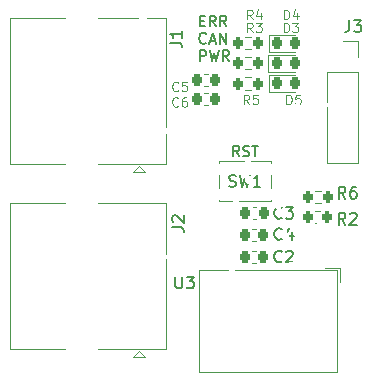
<source format=gto>
G04 #@! TF.GenerationSoftware,KiCad,Pcbnew,8.0.1*
G04 #@! TF.CreationDate,2024-10-15T00:39:43+09:00*
G04 #@! TF.ProjectId,AltBoard2025,416c7442-6f61-4726-9432-3032352e6b69,rev?*
G04 #@! TF.SameCoordinates,Original*
G04 #@! TF.FileFunction,Legend,Top*
G04 #@! TF.FilePolarity,Positive*
%FSLAX46Y46*%
G04 Gerber Fmt 4.6, Leading zero omitted, Abs format (unit mm)*
G04 Created by KiCad (PCBNEW 8.0.1) date 2024-10-15 00:39:43*
%MOMM*%
%LPD*%
G01*
G04 APERTURE LIST*
G04 Aperture macros list*
%AMRoundRect*
0 Rectangle with rounded corners*
0 $1 Rounding radius*
0 $2 $3 $4 $5 $6 $7 $8 $9 X,Y pos of 4 corners*
0 Add a 4 corners polygon primitive as box body*
4,1,4,$2,$3,$4,$5,$6,$7,$8,$9,$2,$3,0*
0 Add four circle primitives for the rounded corners*
1,1,$1+$1,$2,$3*
1,1,$1+$1,$4,$5*
1,1,$1+$1,$6,$7*
1,1,$1+$1,$8,$9*
0 Add four rect primitives between the rounded corners*
20,1,$1+$1,$2,$3,$4,$5,0*
20,1,$1+$1,$4,$5,$6,$7,0*
20,1,$1+$1,$6,$7,$8,$9,0*
20,1,$1+$1,$8,$9,$2,$3,0*%
G04 Aperture macros list end*
%ADD10C,0.150000*%
%ADD11C,0.120000*%
%ADD12C,1.520000*%
%ADD13R,1.520000X1.520000*%
%ADD14C,2.300000*%
%ADD15R,1.700000X1.700000*%
%ADD16O,1.700000X1.700000*%
%ADD17RoundRect,0.225000X0.225000X0.250000X-0.225000X0.250000X-0.225000X-0.250000X0.225000X-0.250000X0*%
%ADD18RoundRect,0.218750X-0.218750X-0.256250X0.218750X-0.256250X0.218750X0.256250X-0.218750X0.256250X0*%
%ADD19RoundRect,0.225000X-0.225000X-0.250000X0.225000X-0.250000X0.225000X0.250000X-0.225000X0.250000X0*%
%ADD20R,1.500000X2.300000*%
%ADD21O,1.500000X2.300000*%
%ADD22R,1.050000X0.650000*%
%ADD23RoundRect,0.200000X0.200000X0.275000X-0.200000X0.275000X-0.200000X-0.275000X0.200000X-0.275000X0*%
%ADD24RoundRect,0.200000X-0.200000X-0.275000X0.200000X-0.275000X0.200000X0.275000X-0.200000X0.275000X0*%
%ADD25C,1.524000*%
%ADD26C,0.700000*%
%ADD27C,0.600000*%
%ADD28C,0.500000*%
G04 APERTURE END LIST*
D10*
X135627255Y-35782057D02*
X135327255Y-35353485D01*
X135112969Y-35782057D02*
X135112969Y-34882057D01*
X135112969Y-34882057D02*
X135455826Y-34882057D01*
X135455826Y-34882057D02*
X135541541Y-34924914D01*
X135541541Y-34924914D02*
X135584398Y-34967771D01*
X135584398Y-34967771D02*
X135627255Y-35053485D01*
X135627255Y-35053485D02*
X135627255Y-35182057D01*
X135627255Y-35182057D02*
X135584398Y-35267771D01*
X135584398Y-35267771D02*
X135541541Y-35310628D01*
X135541541Y-35310628D02*
X135455826Y-35353485D01*
X135455826Y-35353485D02*
X135112969Y-35353485D01*
X135970112Y-35739200D02*
X136098684Y-35782057D01*
X136098684Y-35782057D02*
X136312969Y-35782057D01*
X136312969Y-35782057D02*
X136398684Y-35739200D01*
X136398684Y-35739200D02*
X136441541Y-35696342D01*
X136441541Y-35696342D02*
X136484398Y-35610628D01*
X136484398Y-35610628D02*
X136484398Y-35524914D01*
X136484398Y-35524914D02*
X136441541Y-35439200D01*
X136441541Y-35439200D02*
X136398684Y-35396342D01*
X136398684Y-35396342D02*
X136312969Y-35353485D01*
X136312969Y-35353485D02*
X136141541Y-35310628D01*
X136141541Y-35310628D02*
X136055826Y-35267771D01*
X136055826Y-35267771D02*
X136012969Y-35224914D01*
X136012969Y-35224914D02*
X135970112Y-35139200D01*
X135970112Y-35139200D02*
X135970112Y-35053485D01*
X135970112Y-35053485D02*
X136012969Y-34967771D01*
X136012969Y-34967771D02*
X136055826Y-34924914D01*
X136055826Y-34924914D02*
X136141541Y-34882057D01*
X136141541Y-34882057D02*
X136355826Y-34882057D01*
X136355826Y-34882057D02*
X136484398Y-34924914D01*
X136741541Y-34882057D02*
X137255827Y-34882057D01*
X136998684Y-35782057D02*
X136998684Y-34882057D01*
X132312969Y-24312728D02*
X132612969Y-24312728D01*
X132741541Y-24784157D02*
X132312969Y-24784157D01*
X132312969Y-24784157D02*
X132312969Y-23884157D01*
X132312969Y-23884157D02*
X132741541Y-23884157D01*
X133641541Y-24784157D02*
X133341541Y-24355585D01*
X133127255Y-24784157D02*
X133127255Y-23884157D01*
X133127255Y-23884157D02*
X133470112Y-23884157D01*
X133470112Y-23884157D02*
X133555827Y-23927014D01*
X133555827Y-23927014D02*
X133598684Y-23969871D01*
X133598684Y-23969871D02*
X133641541Y-24055585D01*
X133641541Y-24055585D02*
X133641541Y-24184157D01*
X133641541Y-24184157D02*
X133598684Y-24269871D01*
X133598684Y-24269871D02*
X133555827Y-24312728D01*
X133555827Y-24312728D02*
X133470112Y-24355585D01*
X133470112Y-24355585D02*
X133127255Y-24355585D01*
X134541541Y-24784157D02*
X134241541Y-24355585D01*
X134027255Y-24784157D02*
X134027255Y-23884157D01*
X134027255Y-23884157D02*
X134370112Y-23884157D01*
X134370112Y-23884157D02*
X134455827Y-23927014D01*
X134455827Y-23927014D02*
X134498684Y-23969871D01*
X134498684Y-23969871D02*
X134541541Y-24055585D01*
X134541541Y-24055585D02*
X134541541Y-24184157D01*
X134541541Y-24184157D02*
X134498684Y-24269871D01*
X134498684Y-24269871D02*
X134455827Y-24312728D01*
X134455827Y-24312728D02*
X134370112Y-24355585D01*
X134370112Y-24355585D02*
X134027255Y-24355585D01*
X132827255Y-26147392D02*
X132784398Y-26190250D01*
X132784398Y-26190250D02*
X132655826Y-26233107D01*
X132655826Y-26233107D02*
X132570112Y-26233107D01*
X132570112Y-26233107D02*
X132441541Y-26190250D01*
X132441541Y-26190250D02*
X132355826Y-26104535D01*
X132355826Y-26104535D02*
X132312969Y-26018821D01*
X132312969Y-26018821D02*
X132270112Y-25847392D01*
X132270112Y-25847392D02*
X132270112Y-25718821D01*
X132270112Y-25718821D02*
X132312969Y-25547392D01*
X132312969Y-25547392D02*
X132355826Y-25461678D01*
X132355826Y-25461678D02*
X132441541Y-25375964D01*
X132441541Y-25375964D02*
X132570112Y-25333107D01*
X132570112Y-25333107D02*
X132655826Y-25333107D01*
X132655826Y-25333107D02*
X132784398Y-25375964D01*
X132784398Y-25375964D02*
X132827255Y-25418821D01*
X133170112Y-25975964D02*
X133598684Y-25975964D01*
X133084398Y-26233107D02*
X133384398Y-25333107D01*
X133384398Y-25333107D02*
X133684398Y-26233107D01*
X133984398Y-26233107D02*
X133984398Y-25333107D01*
X133984398Y-25333107D02*
X134498684Y-26233107D01*
X134498684Y-26233107D02*
X134498684Y-25333107D01*
X132312969Y-27682057D02*
X132312969Y-26782057D01*
X132312969Y-26782057D02*
X132655826Y-26782057D01*
X132655826Y-26782057D02*
X132741541Y-26824914D01*
X132741541Y-26824914D02*
X132784398Y-26867771D01*
X132784398Y-26867771D02*
X132827255Y-26953485D01*
X132827255Y-26953485D02*
X132827255Y-27082057D01*
X132827255Y-27082057D02*
X132784398Y-27167771D01*
X132784398Y-27167771D02*
X132741541Y-27210628D01*
X132741541Y-27210628D02*
X132655826Y-27253485D01*
X132655826Y-27253485D02*
X132312969Y-27253485D01*
X133127255Y-26782057D02*
X133341541Y-27682057D01*
X133341541Y-27682057D02*
X133512969Y-27039200D01*
X133512969Y-27039200D02*
X133684398Y-27682057D01*
X133684398Y-27682057D02*
X133898684Y-26782057D01*
X134755826Y-27682057D02*
X134455826Y-27253485D01*
X134241540Y-27682057D02*
X134241540Y-26782057D01*
X134241540Y-26782057D02*
X134584397Y-26782057D01*
X134584397Y-26782057D02*
X134670112Y-26824914D01*
X134670112Y-26824914D02*
X134712969Y-26867771D01*
X134712969Y-26867771D02*
X134755826Y-26953485D01*
X134755826Y-26953485D02*
X134755826Y-27082057D01*
X134755826Y-27082057D02*
X134712969Y-27167771D01*
X134712969Y-27167771D02*
X134670112Y-27210628D01*
X134670112Y-27210628D02*
X134584397Y-27253485D01*
X134584397Y-27253485D02*
X134241540Y-27253485D01*
X129769819Y-26148333D02*
X130484104Y-26148333D01*
X130484104Y-26148333D02*
X130626961Y-26195952D01*
X130626961Y-26195952D02*
X130722200Y-26291190D01*
X130722200Y-26291190D02*
X130769819Y-26434047D01*
X130769819Y-26434047D02*
X130769819Y-26529285D01*
X130769819Y-25148333D02*
X130769819Y-25719761D01*
X130769819Y-25434047D02*
X129769819Y-25434047D01*
X129769819Y-25434047D02*
X129912676Y-25529285D01*
X129912676Y-25529285D02*
X130007914Y-25624523D01*
X130007914Y-25624523D02*
X130055533Y-25719761D01*
X144966666Y-24254819D02*
X144966666Y-24969104D01*
X144966666Y-24969104D02*
X144919047Y-25111961D01*
X144919047Y-25111961D02*
X144823809Y-25207200D01*
X144823809Y-25207200D02*
X144680952Y-25254819D01*
X144680952Y-25254819D02*
X144585714Y-25254819D01*
X145347619Y-24254819D02*
X145966666Y-24254819D01*
X145966666Y-24254819D02*
X145633333Y-24635771D01*
X145633333Y-24635771D02*
X145776190Y-24635771D01*
X145776190Y-24635771D02*
X145871428Y-24683390D01*
X145871428Y-24683390D02*
X145919047Y-24731009D01*
X145919047Y-24731009D02*
X145966666Y-24826247D01*
X145966666Y-24826247D02*
X145966666Y-25064342D01*
X145966666Y-25064342D02*
X145919047Y-25159580D01*
X145919047Y-25159580D02*
X145871428Y-25207200D01*
X145871428Y-25207200D02*
X145776190Y-25254819D01*
X145776190Y-25254819D02*
X145490476Y-25254819D01*
X145490476Y-25254819D02*
X145395238Y-25207200D01*
X145395238Y-25207200D02*
X145347619Y-25159580D01*
D11*
X130466667Y-31487664D02*
X130428571Y-31525760D01*
X130428571Y-31525760D02*
X130314286Y-31563855D01*
X130314286Y-31563855D02*
X130238095Y-31563855D01*
X130238095Y-31563855D02*
X130123809Y-31525760D01*
X130123809Y-31525760D02*
X130047619Y-31449569D01*
X130047619Y-31449569D02*
X130009524Y-31373379D01*
X130009524Y-31373379D02*
X129971428Y-31220998D01*
X129971428Y-31220998D02*
X129971428Y-31106712D01*
X129971428Y-31106712D02*
X130009524Y-30954331D01*
X130009524Y-30954331D02*
X130047619Y-30878140D01*
X130047619Y-30878140D02*
X130123809Y-30801950D01*
X130123809Y-30801950D02*
X130238095Y-30763855D01*
X130238095Y-30763855D02*
X130314286Y-30763855D01*
X130314286Y-30763855D02*
X130428571Y-30801950D01*
X130428571Y-30801950D02*
X130466667Y-30840045D01*
X131152381Y-30763855D02*
X131000000Y-30763855D01*
X131000000Y-30763855D02*
X130923809Y-30801950D01*
X130923809Y-30801950D02*
X130885714Y-30840045D01*
X130885714Y-30840045D02*
X130809524Y-30954331D01*
X130809524Y-30954331D02*
X130771428Y-31106712D01*
X130771428Y-31106712D02*
X130771428Y-31411474D01*
X130771428Y-31411474D02*
X130809524Y-31487664D01*
X130809524Y-31487664D02*
X130847619Y-31525760D01*
X130847619Y-31525760D02*
X130923809Y-31563855D01*
X130923809Y-31563855D02*
X131076190Y-31563855D01*
X131076190Y-31563855D02*
X131152381Y-31525760D01*
X131152381Y-31525760D02*
X131190476Y-31487664D01*
X131190476Y-31487664D02*
X131228571Y-31411474D01*
X131228571Y-31411474D02*
X131228571Y-31220998D01*
X131228571Y-31220998D02*
X131190476Y-31144807D01*
X131190476Y-31144807D02*
X131152381Y-31106712D01*
X131152381Y-31106712D02*
X131076190Y-31068617D01*
X131076190Y-31068617D02*
X130923809Y-31068617D01*
X130923809Y-31068617D02*
X130847619Y-31106712D01*
X130847619Y-31106712D02*
X130809524Y-31144807D01*
X130809524Y-31144807D02*
X130771428Y-31220998D01*
X139409524Y-25263855D02*
X139409524Y-24463855D01*
X139409524Y-24463855D02*
X139600000Y-24463855D01*
X139600000Y-24463855D02*
X139714286Y-24501950D01*
X139714286Y-24501950D02*
X139790476Y-24578140D01*
X139790476Y-24578140D02*
X139828571Y-24654331D01*
X139828571Y-24654331D02*
X139866667Y-24806712D01*
X139866667Y-24806712D02*
X139866667Y-24920998D01*
X139866667Y-24920998D02*
X139828571Y-25073379D01*
X139828571Y-25073379D02*
X139790476Y-25149569D01*
X139790476Y-25149569D02*
X139714286Y-25225760D01*
X139714286Y-25225760D02*
X139600000Y-25263855D01*
X139600000Y-25263855D02*
X139409524Y-25263855D01*
X140133333Y-24463855D02*
X140628571Y-24463855D01*
X140628571Y-24463855D02*
X140361905Y-24768617D01*
X140361905Y-24768617D02*
X140476190Y-24768617D01*
X140476190Y-24768617D02*
X140552381Y-24806712D01*
X140552381Y-24806712D02*
X140590476Y-24844807D01*
X140590476Y-24844807D02*
X140628571Y-24920998D01*
X140628571Y-24920998D02*
X140628571Y-25111474D01*
X140628571Y-25111474D02*
X140590476Y-25187664D01*
X140590476Y-25187664D02*
X140552381Y-25225760D01*
X140552381Y-25225760D02*
X140476190Y-25263855D01*
X140476190Y-25263855D02*
X140247619Y-25263855D01*
X140247619Y-25263855D02*
X140171428Y-25225760D01*
X140171428Y-25225760D02*
X140133333Y-25187664D01*
D10*
X139233333Y-40959580D02*
X139185714Y-41007200D01*
X139185714Y-41007200D02*
X139042857Y-41054819D01*
X139042857Y-41054819D02*
X138947619Y-41054819D01*
X138947619Y-41054819D02*
X138804762Y-41007200D01*
X138804762Y-41007200D02*
X138709524Y-40911961D01*
X138709524Y-40911961D02*
X138661905Y-40816723D01*
X138661905Y-40816723D02*
X138614286Y-40626247D01*
X138614286Y-40626247D02*
X138614286Y-40483390D01*
X138614286Y-40483390D02*
X138661905Y-40292914D01*
X138661905Y-40292914D02*
X138709524Y-40197676D01*
X138709524Y-40197676D02*
X138804762Y-40102438D01*
X138804762Y-40102438D02*
X138947619Y-40054819D01*
X138947619Y-40054819D02*
X139042857Y-40054819D01*
X139042857Y-40054819D02*
X139185714Y-40102438D01*
X139185714Y-40102438D02*
X139233333Y-40150057D01*
X139566667Y-40054819D02*
X140185714Y-40054819D01*
X140185714Y-40054819D02*
X139852381Y-40435771D01*
X139852381Y-40435771D02*
X139995238Y-40435771D01*
X139995238Y-40435771D02*
X140090476Y-40483390D01*
X140090476Y-40483390D02*
X140138095Y-40531009D01*
X140138095Y-40531009D02*
X140185714Y-40626247D01*
X140185714Y-40626247D02*
X140185714Y-40864342D01*
X140185714Y-40864342D02*
X140138095Y-40959580D01*
X140138095Y-40959580D02*
X140090476Y-41007200D01*
X140090476Y-41007200D02*
X139995238Y-41054819D01*
X139995238Y-41054819D02*
X139709524Y-41054819D01*
X139709524Y-41054819D02*
X139614286Y-41007200D01*
X139614286Y-41007200D02*
X139566667Y-40959580D01*
X130238095Y-45954819D02*
X130238095Y-46764342D01*
X130238095Y-46764342D02*
X130285714Y-46859580D01*
X130285714Y-46859580D02*
X130333333Y-46907200D01*
X130333333Y-46907200D02*
X130428571Y-46954819D01*
X130428571Y-46954819D02*
X130619047Y-46954819D01*
X130619047Y-46954819D02*
X130714285Y-46907200D01*
X130714285Y-46907200D02*
X130761904Y-46859580D01*
X130761904Y-46859580D02*
X130809523Y-46764342D01*
X130809523Y-46764342D02*
X130809523Y-45954819D01*
X131190476Y-45954819D02*
X131809523Y-45954819D01*
X131809523Y-45954819D02*
X131476190Y-46335771D01*
X131476190Y-46335771D02*
X131619047Y-46335771D01*
X131619047Y-46335771D02*
X131714285Y-46383390D01*
X131714285Y-46383390D02*
X131761904Y-46431009D01*
X131761904Y-46431009D02*
X131809523Y-46526247D01*
X131809523Y-46526247D02*
X131809523Y-46764342D01*
X131809523Y-46764342D02*
X131761904Y-46859580D01*
X131761904Y-46859580D02*
X131714285Y-46907200D01*
X131714285Y-46907200D02*
X131619047Y-46954819D01*
X131619047Y-46954819D02*
X131333333Y-46954819D01*
X131333333Y-46954819D02*
X131238095Y-46907200D01*
X131238095Y-46907200D02*
X131190476Y-46859580D01*
X134766667Y-38307200D02*
X134909524Y-38354819D01*
X134909524Y-38354819D02*
X135147619Y-38354819D01*
X135147619Y-38354819D02*
X135242857Y-38307200D01*
X135242857Y-38307200D02*
X135290476Y-38259580D01*
X135290476Y-38259580D02*
X135338095Y-38164342D01*
X135338095Y-38164342D02*
X135338095Y-38069104D01*
X135338095Y-38069104D02*
X135290476Y-37973866D01*
X135290476Y-37973866D02*
X135242857Y-37926247D01*
X135242857Y-37926247D02*
X135147619Y-37878628D01*
X135147619Y-37878628D02*
X134957143Y-37831009D01*
X134957143Y-37831009D02*
X134861905Y-37783390D01*
X134861905Y-37783390D02*
X134814286Y-37735771D01*
X134814286Y-37735771D02*
X134766667Y-37640533D01*
X134766667Y-37640533D02*
X134766667Y-37545295D01*
X134766667Y-37545295D02*
X134814286Y-37450057D01*
X134814286Y-37450057D02*
X134861905Y-37402438D01*
X134861905Y-37402438D02*
X134957143Y-37354819D01*
X134957143Y-37354819D02*
X135195238Y-37354819D01*
X135195238Y-37354819D02*
X135338095Y-37402438D01*
X135671429Y-37354819D02*
X135909524Y-38354819D01*
X135909524Y-38354819D02*
X136100000Y-37640533D01*
X136100000Y-37640533D02*
X136290476Y-38354819D01*
X136290476Y-38354819D02*
X136528572Y-37354819D01*
X137433333Y-38354819D02*
X136861905Y-38354819D01*
X137147619Y-38354819D02*
X137147619Y-37354819D01*
X137147619Y-37354819D02*
X137052381Y-37497676D01*
X137052381Y-37497676D02*
X136957143Y-37592914D01*
X136957143Y-37592914D02*
X136861905Y-37640533D01*
X139233333Y-44659580D02*
X139185714Y-44707200D01*
X139185714Y-44707200D02*
X139042857Y-44754819D01*
X139042857Y-44754819D02*
X138947619Y-44754819D01*
X138947619Y-44754819D02*
X138804762Y-44707200D01*
X138804762Y-44707200D02*
X138709524Y-44611961D01*
X138709524Y-44611961D02*
X138661905Y-44516723D01*
X138661905Y-44516723D02*
X138614286Y-44326247D01*
X138614286Y-44326247D02*
X138614286Y-44183390D01*
X138614286Y-44183390D02*
X138661905Y-43992914D01*
X138661905Y-43992914D02*
X138709524Y-43897676D01*
X138709524Y-43897676D02*
X138804762Y-43802438D01*
X138804762Y-43802438D02*
X138947619Y-43754819D01*
X138947619Y-43754819D02*
X139042857Y-43754819D01*
X139042857Y-43754819D02*
X139185714Y-43802438D01*
X139185714Y-43802438D02*
X139233333Y-43850057D01*
X139614286Y-43850057D02*
X139661905Y-43802438D01*
X139661905Y-43802438D02*
X139757143Y-43754819D01*
X139757143Y-43754819D02*
X139995238Y-43754819D01*
X139995238Y-43754819D02*
X140090476Y-43802438D01*
X140090476Y-43802438D02*
X140138095Y-43850057D01*
X140138095Y-43850057D02*
X140185714Y-43945295D01*
X140185714Y-43945295D02*
X140185714Y-44040533D01*
X140185714Y-44040533D02*
X140138095Y-44183390D01*
X140138095Y-44183390D02*
X139566667Y-44754819D01*
X139566667Y-44754819D02*
X140185714Y-44754819D01*
D11*
X139409524Y-24163855D02*
X139409524Y-23363855D01*
X139409524Y-23363855D02*
X139600000Y-23363855D01*
X139600000Y-23363855D02*
X139714286Y-23401950D01*
X139714286Y-23401950D02*
X139790476Y-23478140D01*
X139790476Y-23478140D02*
X139828571Y-23554331D01*
X139828571Y-23554331D02*
X139866667Y-23706712D01*
X139866667Y-23706712D02*
X139866667Y-23820998D01*
X139866667Y-23820998D02*
X139828571Y-23973379D01*
X139828571Y-23973379D02*
X139790476Y-24049569D01*
X139790476Y-24049569D02*
X139714286Y-24125760D01*
X139714286Y-24125760D02*
X139600000Y-24163855D01*
X139600000Y-24163855D02*
X139409524Y-24163855D01*
X140552381Y-23630521D02*
X140552381Y-24163855D01*
X140361905Y-23325760D02*
X140171428Y-23897188D01*
X140171428Y-23897188D02*
X140666667Y-23897188D01*
X130466667Y-30187664D02*
X130428571Y-30225760D01*
X130428571Y-30225760D02*
X130314286Y-30263855D01*
X130314286Y-30263855D02*
X130238095Y-30263855D01*
X130238095Y-30263855D02*
X130123809Y-30225760D01*
X130123809Y-30225760D02*
X130047619Y-30149569D01*
X130047619Y-30149569D02*
X130009524Y-30073379D01*
X130009524Y-30073379D02*
X129971428Y-29920998D01*
X129971428Y-29920998D02*
X129971428Y-29806712D01*
X129971428Y-29806712D02*
X130009524Y-29654331D01*
X130009524Y-29654331D02*
X130047619Y-29578140D01*
X130047619Y-29578140D02*
X130123809Y-29501950D01*
X130123809Y-29501950D02*
X130238095Y-29463855D01*
X130238095Y-29463855D02*
X130314286Y-29463855D01*
X130314286Y-29463855D02*
X130428571Y-29501950D01*
X130428571Y-29501950D02*
X130466667Y-29540045D01*
X131190476Y-29463855D02*
X130809524Y-29463855D01*
X130809524Y-29463855D02*
X130771428Y-29844807D01*
X130771428Y-29844807D02*
X130809524Y-29806712D01*
X130809524Y-29806712D02*
X130885714Y-29768617D01*
X130885714Y-29768617D02*
X131076190Y-29768617D01*
X131076190Y-29768617D02*
X131152381Y-29806712D01*
X131152381Y-29806712D02*
X131190476Y-29844807D01*
X131190476Y-29844807D02*
X131228571Y-29920998D01*
X131228571Y-29920998D02*
X131228571Y-30111474D01*
X131228571Y-30111474D02*
X131190476Y-30187664D01*
X131190476Y-30187664D02*
X131152381Y-30225760D01*
X131152381Y-30225760D02*
X131076190Y-30263855D01*
X131076190Y-30263855D02*
X130885714Y-30263855D01*
X130885714Y-30263855D02*
X130809524Y-30225760D01*
X130809524Y-30225760D02*
X130771428Y-30187664D01*
D10*
X129954819Y-41773333D02*
X130669104Y-41773333D01*
X130669104Y-41773333D02*
X130811961Y-41820952D01*
X130811961Y-41820952D02*
X130907200Y-41916190D01*
X130907200Y-41916190D02*
X130954819Y-42059047D01*
X130954819Y-42059047D02*
X130954819Y-42154285D01*
X130050057Y-41344761D02*
X130002438Y-41297142D01*
X130002438Y-41297142D02*
X129954819Y-41201904D01*
X129954819Y-41201904D02*
X129954819Y-40963809D01*
X129954819Y-40963809D02*
X130002438Y-40868571D01*
X130002438Y-40868571D02*
X130050057Y-40820952D01*
X130050057Y-40820952D02*
X130145295Y-40773333D01*
X130145295Y-40773333D02*
X130240533Y-40773333D01*
X130240533Y-40773333D02*
X130383390Y-40820952D01*
X130383390Y-40820952D02*
X130954819Y-41392380D01*
X130954819Y-41392380D02*
X130954819Y-40773333D01*
D11*
X136466667Y-31363855D02*
X136200000Y-30982902D01*
X136009524Y-31363855D02*
X136009524Y-30563855D01*
X136009524Y-30563855D02*
X136314286Y-30563855D01*
X136314286Y-30563855D02*
X136390476Y-30601950D01*
X136390476Y-30601950D02*
X136428571Y-30640045D01*
X136428571Y-30640045D02*
X136466667Y-30716236D01*
X136466667Y-30716236D02*
X136466667Y-30830521D01*
X136466667Y-30830521D02*
X136428571Y-30906712D01*
X136428571Y-30906712D02*
X136390476Y-30944807D01*
X136390476Y-30944807D02*
X136314286Y-30982902D01*
X136314286Y-30982902D02*
X136009524Y-30982902D01*
X137190476Y-30563855D02*
X136809524Y-30563855D01*
X136809524Y-30563855D02*
X136771428Y-30944807D01*
X136771428Y-30944807D02*
X136809524Y-30906712D01*
X136809524Y-30906712D02*
X136885714Y-30868617D01*
X136885714Y-30868617D02*
X137076190Y-30868617D01*
X137076190Y-30868617D02*
X137152381Y-30906712D01*
X137152381Y-30906712D02*
X137190476Y-30944807D01*
X137190476Y-30944807D02*
X137228571Y-31020998D01*
X137228571Y-31020998D02*
X137228571Y-31211474D01*
X137228571Y-31211474D02*
X137190476Y-31287664D01*
X137190476Y-31287664D02*
X137152381Y-31325760D01*
X137152381Y-31325760D02*
X137076190Y-31363855D01*
X137076190Y-31363855D02*
X136885714Y-31363855D01*
X136885714Y-31363855D02*
X136809524Y-31325760D01*
X136809524Y-31325760D02*
X136771428Y-31287664D01*
X136766667Y-24163855D02*
X136500000Y-23782902D01*
X136309524Y-24163855D02*
X136309524Y-23363855D01*
X136309524Y-23363855D02*
X136614286Y-23363855D01*
X136614286Y-23363855D02*
X136690476Y-23401950D01*
X136690476Y-23401950D02*
X136728571Y-23440045D01*
X136728571Y-23440045D02*
X136766667Y-23516236D01*
X136766667Y-23516236D02*
X136766667Y-23630521D01*
X136766667Y-23630521D02*
X136728571Y-23706712D01*
X136728571Y-23706712D02*
X136690476Y-23744807D01*
X136690476Y-23744807D02*
X136614286Y-23782902D01*
X136614286Y-23782902D02*
X136309524Y-23782902D01*
X137452381Y-23630521D02*
X137452381Y-24163855D01*
X137261905Y-23325760D02*
X137071428Y-23897188D01*
X137071428Y-23897188D02*
X137566667Y-23897188D01*
D10*
X144633333Y-41554819D02*
X144300000Y-41078628D01*
X144061905Y-41554819D02*
X144061905Y-40554819D01*
X144061905Y-40554819D02*
X144442857Y-40554819D01*
X144442857Y-40554819D02*
X144538095Y-40602438D01*
X144538095Y-40602438D02*
X144585714Y-40650057D01*
X144585714Y-40650057D02*
X144633333Y-40745295D01*
X144633333Y-40745295D02*
X144633333Y-40888152D01*
X144633333Y-40888152D02*
X144585714Y-40983390D01*
X144585714Y-40983390D02*
X144538095Y-41031009D01*
X144538095Y-41031009D02*
X144442857Y-41078628D01*
X144442857Y-41078628D02*
X144061905Y-41078628D01*
X145014286Y-40650057D02*
X145061905Y-40602438D01*
X145061905Y-40602438D02*
X145157143Y-40554819D01*
X145157143Y-40554819D02*
X145395238Y-40554819D01*
X145395238Y-40554819D02*
X145490476Y-40602438D01*
X145490476Y-40602438D02*
X145538095Y-40650057D01*
X145538095Y-40650057D02*
X145585714Y-40745295D01*
X145585714Y-40745295D02*
X145585714Y-40840533D01*
X145585714Y-40840533D02*
X145538095Y-40983390D01*
X145538095Y-40983390D02*
X144966667Y-41554819D01*
X144966667Y-41554819D02*
X145585714Y-41554819D01*
D11*
X139609524Y-31363855D02*
X139609524Y-30563855D01*
X139609524Y-30563855D02*
X139800000Y-30563855D01*
X139800000Y-30563855D02*
X139914286Y-30601950D01*
X139914286Y-30601950D02*
X139990476Y-30678140D01*
X139990476Y-30678140D02*
X140028571Y-30754331D01*
X140028571Y-30754331D02*
X140066667Y-30906712D01*
X140066667Y-30906712D02*
X140066667Y-31020998D01*
X140066667Y-31020998D02*
X140028571Y-31173379D01*
X140028571Y-31173379D02*
X139990476Y-31249569D01*
X139990476Y-31249569D02*
X139914286Y-31325760D01*
X139914286Y-31325760D02*
X139800000Y-31363855D01*
X139800000Y-31363855D02*
X139609524Y-31363855D01*
X140790476Y-30563855D02*
X140409524Y-30563855D01*
X140409524Y-30563855D02*
X140371428Y-30944807D01*
X140371428Y-30944807D02*
X140409524Y-30906712D01*
X140409524Y-30906712D02*
X140485714Y-30868617D01*
X140485714Y-30868617D02*
X140676190Y-30868617D01*
X140676190Y-30868617D02*
X140752381Y-30906712D01*
X140752381Y-30906712D02*
X140790476Y-30944807D01*
X140790476Y-30944807D02*
X140828571Y-31020998D01*
X140828571Y-31020998D02*
X140828571Y-31211474D01*
X140828571Y-31211474D02*
X140790476Y-31287664D01*
X140790476Y-31287664D02*
X140752381Y-31325760D01*
X140752381Y-31325760D02*
X140676190Y-31363855D01*
X140676190Y-31363855D02*
X140485714Y-31363855D01*
X140485714Y-31363855D02*
X140409524Y-31325760D01*
X140409524Y-31325760D02*
X140371428Y-31287664D01*
X136766667Y-25263855D02*
X136500000Y-24882902D01*
X136309524Y-25263855D02*
X136309524Y-24463855D01*
X136309524Y-24463855D02*
X136614286Y-24463855D01*
X136614286Y-24463855D02*
X136690476Y-24501950D01*
X136690476Y-24501950D02*
X136728571Y-24540045D01*
X136728571Y-24540045D02*
X136766667Y-24616236D01*
X136766667Y-24616236D02*
X136766667Y-24730521D01*
X136766667Y-24730521D02*
X136728571Y-24806712D01*
X136728571Y-24806712D02*
X136690476Y-24844807D01*
X136690476Y-24844807D02*
X136614286Y-24882902D01*
X136614286Y-24882902D02*
X136309524Y-24882902D01*
X137033333Y-24463855D02*
X137528571Y-24463855D01*
X137528571Y-24463855D02*
X137261905Y-24768617D01*
X137261905Y-24768617D02*
X137376190Y-24768617D01*
X137376190Y-24768617D02*
X137452381Y-24806712D01*
X137452381Y-24806712D02*
X137490476Y-24844807D01*
X137490476Y-24844807D02*
X137528571Y-24920998D01*
X137528571Y-24920998D02*
X137528571Y-25111474D01*
X137528571Y-25111474D02*
X137490476Y-25187664D01*
X137490476Y-25187664D02*
X137452381Y-25225760D01*
X137452381Y-25225760D02*
X137376190Y-25263855D01*
X137376190Y-25263855D02*
X137147619Y-25263855D01*
X137147619Y-25263855D02*
X137071428Y-25225760D01*
X137071428Y-25225760D02*
X137033333Y-25187664D01*
D10*
X144633333Y-39354819D02*
X144300000Y-38878628D01*
X144061905Y-39354819D02*
X144061905Y-38354819D01*
X144061905Y-38354819D02*
X144442857Y-38354819D01*
X144442857Y-38354819D02*
X144538095Y-38402438D01*
X144538095Y-38402438D02*
X144585714Y-38450057D01*
X144585714Y-38450057D02*
X144633333Y-38545295D01*
X144633333Y-38545295D02*
X144633333Y-38688152D01*
X144633333Y-38688152D02*
X144585714Y-38783390D01*
X144585714Y-38783390D02*
X144538095Y-38831009D01*
X144538095Y-38831009D02*
X144442857Y-38878628D01*
X144442857Y-38878628D02*
X144061905Y-38878628D01*
X145490476Y-38354819D02*
X145300000Y-38354819D01*
X145300000Y-38354819D02*
X145204762Y-38402438D01*
X145204762Y-38402438D02*
X145157143Y-38450057D01*
X145157143Y-38450057D02*
X145061905Y-38592914D01*
X145061905Y-38592914D02*
X145014286Y-38783390D01*
X145014286Y-38783390D02*
X145014286Y-39164342D01*
X145014286Y-39164342D02*
X145061905Y-39259580D01*
X145061905Y-39259580D02*
X145109524Y-39307200D01*
X145109524Y-39307200D02*
X145204762Y-39354819D01*
X145204762Y-39354819D02*
X145395238Y-39354819D01*
X145395238Y-39354819D02*
X145490476Y-39307200D01*
X145490476Y-39307200D02*
X145538095Y-39259580D01*
X145538095Y-39259580D02*
X145585714Y-39164342D01*
X145585714Y-39164342D02*
X145585714Y-38926247D01*
X145585714Y-38926247D02*
X145538095Y-38831009D01*
X145538095Y-38831009D02*
X145490476Y-38783390D01*
X145490476Y-38783390D02*
X145395238Y-38735771D01*
X145395238Y-38735771D02*
X145204762Y-38735771D01*
X145204762Y-38735771D02*
X145109524Y-38783390D01*
X145109524Y-38783390D02*
X145061905Y-38831009D01*
X145061905Y-38831009D02*
X145014286Y-38926247D01*
X139233333Y-42759580D02*
X139185714Y-42807200D01*
X139185714Y-42807200D02*
X139042857Y-42854819D01*
X139042857Y-42854819D02*
X138947619Y-42854819D01*
X138947619Y-42854819D02*
X138804762Y-42807200D01*
X138804762Y-42807200D02*
X138709524Y-42711961D01*
X138709524Y-42711961D02*
X138661905Y-42616723D01*
X138661905Y-42616723D02*
X138614286Y-42426247D01*
X138614286Y-42426247D02*
X138614286Y-42283390D01*
X138614286Y-42283390D02*
X138661905Y-42092914D01*
X138661905Y-42092914D02*
X138709524Y-41997676D01*
X138709524Y-41997676D02*
X138804762Y-41902438D01*
X138804762Y-41902438D02*
X138947619Y-41854819D01*
X138947619Y-41854819D02*
X139042857Y-41854819D01*
X139042857Y-41854819D02*
X139185714Y-41902438D01*
X139185714Y-41902438D02*
X139233333Y-41950057D01*
X140090476Y-42188152D02*
X140090476Y-42854819D01*
X139852381Y-41807200D02*
X139614286Y-42521485D01*
X139614286Y-42521485D02*
X140233333Y-42521485D01*
D11*
X129410000Y-36460000D02*
X123670000Y-36460000D01*
X129410000Y-24040000D02*
X129410000Y-36460000D01*
X129410000Y-24040000D02*
X123670000Y-24040000D01*
X127640000Y-37120000D02*
X127140000Y-36620000D01*
X127640000Y-37120000D02*
X126640000Y-37120000D01*
X127140000Y-36620000D02*
X126640000Y-37120000D01*
X120920000Y-36460000D02*
X116190000Y-36460000D01*
X120920000Y-24040000D02*
X116190000Y-24040000D01*
X116190000Y-24040000D02*
X116190000Y-36460000D01*
X143070000Y-28630000D02*
X143070000Y-36310000D01*
X143070000Y-28630000D02*
X145730000Y-28630000D01*
X143070000Y-36310000D02*
X145730000Y-36310000D01*
X144400000Y-26030000D02*
X145730000Y-26030000D01*
X145730000Y-26030000D02*
X145730000Y-27360000D01*
X145730000Y-28630000D02*
X145730000Y-36310000D01*
X132965580Y-30390000D02*
X132684420Y-30390000D01*
X132965580Y-31410000D02*
X132684420Y-31410000D01*
X138102500Y-27165000D02*
X138102500Y-28635000D01*
X138102500Y-28635000D02*
X140387500Y-28635000D01*
X140387500Y-27165000D02*
X138102500Y-27165000D01*
X136784420Y-40090000D02*
X137065580Y-40090000D01*
X136784420Y-41110000D02*
X137065580Y-41110000D01*
X132197000Y-54052500D02*
X132197000Y-45432500D01*
X143918000Y-45432500D02*
X132197000Y-45432500D01*
X143918000Y-54052500D02*
X132197000Y-54052500D01*
X143918000Y-54052500D02*
X143918000Y-45432500D01*
X144158000Y-45192500D02*
X142918000Y-45192500D01*
X144158000Y-46432500D02*
X144158000Y-45192500D01*
X133900000Y-36200000D02*
X133900000Y-36320000D01*
X133900000Y-37330000D02*
X133900000Y-38470000D01*
X133900000Y-39480000D02*
X133900000Y-39600000D01*
X133900000Y-39600000D02*
X138300000Y-39600000D01*
X138300000Y-36200000D02*
X133900000Y-36200000D01*
X138300000Y-36320000D02*
X138300000Y-36200000D01*
X138300000Y-38470000D02*
X138300000Y-37330000D01*
X138300000Y-39600000D02*
X138300000Y-39480000D01*
X137015580Y-43790000D02*
X136734420Y-43790000D01*
X137015580Y-44810000D02*
X136734420Y-44810000D01*
X138115000Y-25465000D02*
X138115000Y-26935000D01*
X138115000Y-26935000D02*
X140400000Y-26935000D01*
X140400000Y-25465000D02*
X138115000Y-25465000D01*
X132684420Y-28790000D02*
X132965580Y-28790000D01*
X132684420Y-29810000D02*
X132965580Y-29810000D01*
X116190000Y-39690000D02*
X116190000Y-52110000D01*
X120920000Y-39690000D02*
X116190000Y-39690000D01*
X120920000Y-52110000D02*
X116190000Y-52110000D01*
X127140000Y-52270000D02*
X126640000Y-52770000D01*
X127640000Y-52770000D02*
X126640000Y-52770000D01*
X127640000Y-52770000D02*
X127140000Y-52270000D01*
X129410000Y-39690000D02*
X123670000Y-39690000D01*
X129410000Y-39690000D02*
X129410000Y-52110000D01*
X129410000Y-52110000D02*
X123670000Y-52110000D01*
X136612258Y-29097500D02*
X136137742Y-29097500D01*
X136612258Y-30142500D02*
X136137742Y-30142500D01*
X136612258Y-26732500D02*
X136137742Y-26732500D01*
X136612258Y-25687500D02*
X136137742Y-25687500D01*
X142037742Y-40377500D02*
X142512258Y-40377500D01*
X142037742Y-41422500D02*
X142512258Y-41422500D01*
X138115000Y-28865000D02*
X138115000Y-30335000D01*
X138115000Y-30335000D02*
X140400000Y-30335000D01*
X140400000Y-28865000D02*
X138115000Y-28865000D01*
X136599758Y-27377500D02*
X136125242Y-27377500D01*
X136599758Y-28422500D02*
X136125242Y-28422500D01*
X142062742Y-38677500D02*
X142537258Y-38677500D01*
X142062742Y-39722500D02*
X142537258Y-39722500D01*
X136734420Y-41890000D02*
X137015580Y-41890000D01*
X136734420Y-42910000D02*
X137015580Y-42910000D01*
%LPC*%
D12*
X124600000Y-27700000D03*
X127140000Y-28720000D03*
X124600000Y-29740000D03*
X127140000Y-30760000D03*
X124600000Y-31780000D03*
D13*
X127140000Y-32800000D03*
D14*
X122300000Y-36250000D03*
X122300000Y-24250000D03*
D15*
X144400000Y-27360000D03*
D16*
X144400000Y-29900000D03*
X144400000Y-32440000D03*
X144400000Y-34980000D03*
D17*
X133600000Y-30900000D03*
X132050000Y-30900000D03*
D18*
X138800000Y-27900000D03*
X140375000Y-27900000D03*
D19*
X136150000Y-40600000D03*
X137700000Y-40600000D03*
D20*
X140547000Y-47492500D03*
D21*
X138007000Y-47492500D03*
X135467000Y-47492500D03*
D22*
X138175000Y-38975000D03*
X134025000Y-38975000D03*
X138175000Y-36825000D03*
X134025000Y-36825000D03*
D17*
X137650000Y-44300000D03*
X136100000Y-44300000D03*
D18*
X138812500Y-26200000D03*
X140387500Y-26200000D03*
D19*
X132050000Y-29300000D03*
X133600000Y-29300000D03*
D14*
X122300000Y-39900000D03*
X122300000Y-51900000D03*
D13*
X127140000Y-48450000D03*
D12*
X124600000Y-47430000D03*
X127140000Y-46410000D03*
X124600000Y-45390000D03*
X127140000Y-44370000D03*
X124600000Y-43350000D03*
D23*
X137200000Y-29620000D03*
X135550000Y-29620000D03*
X135550000Y-26210000D03*
X137200000Y-26210000D03*
D24*
X141450000Y-40900000D03*
X143100000Y-40900000D03*
D18*
X138812500Y-29600000D03*
X140387500Y-29600000D03*
D23*
X137187500Y-27900000D03*
X135537500Y-27900000D03*
D24*
X141475000Y-39200000D03*
X143125000Y-39200000D03*
D19*
X136100000Y-42400000D03*
X137650000Y-42400000D03*
D25*
X137420000Y-21100000D03*
X134880000Y-21100000D03*
X132340000Y-21100000D03*
X129800000Y-21100000D03*
X127260000Y-21100000D03*
X124720000Y-21100000D03*
X122180000Y-21100000D03*
X119640000Y-21100000D03*
X117100000Y-21100000D03*
D26*
X127500000Y-24200000D03*
D27*
X125700000Y-28700000D03*
D26*
X138000000Y-25200000D03*
D27*
X118000000Y-29400000D03*
X132400000Y-32400000D03*
D26*
X125800000Y-35700000D03*
D27*
X128400000Y-37200000D03*
D26*
X120400000Y-51500000D03*
D27*
X131900000Y-44600000D03*
D26*
X123900000Y-48800000D03*
X123500000Y-46400000D03*
X136400000Y-36400000D03*
X128500000Y-53200000D03*
X135895014Y-34302493D03*
X118500000Y-43400000D03*
X142404947Y-41742746D03*
X120100000Y-23300000D03*
X136500000Y-37800000D03*
D27*
X140100000Y-45000000D03*
D26*
X145300000Y-22500000D03*
X126000000Y-45300000D03*
X143600000Y-51600000D03*
X131651460Y-38778216D03*
X125200000Y-51200000D03*
X118500000Y-25900000D03*
X135200000Y-50500000D03*
X123500000Y-20100000D03*
D27*
X131100000Y-49100000D03*
D26*
X145300000Y-36900000D03*
X118100000Y-32000000D03*
X133900000Y-28100000D03*
X123100000Y-32600000D03*
X129100000Y-40900000D03*
X122900000Y-28700000D03*
X143200000Y-46100000D03*
X121300000Y-30300000D03*
D27*
X135000000Y-45400000D03*
D26*
X128800000Y-28000000D03*
X125600000Y-41500000D03*
X143900000Y-25200000D03*
X137700000Y-30800000D03*
X135600000Y-30800000D03*
X132100000Y-40400000D03*
X139200000Y-20500000D03*
D27*
X135500000Y-25200000D03*
D26*
X128500000Y-20100000D03*
X135100000Y-52600000D03*
X141200000Y-22600000D03*
X117200000Y-50000000D03*
X143900000Y-43800000D03*
D27*
X135400000Y-39700000D03*
D26*
X129900000Y-35600000D03*
X138930331Y-39869669D03*
X139100000Y-30800000D03*
X138800000Y-35200000D03*
X138350000Y-43600000D03*
X139469425Y-42485354D03*
X137980025Y-33880025D03*
X136700000Y-33900000D03*
D27*
X142700000Y-26400000D03*
D26*
X129800000Y-44300000D03*
X122500000Y-42700000D03*
D27*
X140400000Y-33200000D03*
X140600000Y-31600000D03*
X129700000Y-33600000D03*
X142400000Y-30000000D03*
X142300000Y-33900000D03*
D26*
X144500000Y-39900000D03*
X131200000Y-24700000D03*
X130200000Y-29000000D03*
D27*
X142200000Y-29200000D03*
D28*
X143231672Y-31400000D03*
D26*
X130100000Y-22800000D03*
X132900000Y-22600000D03*
%LPD*%
M02*

</source>
